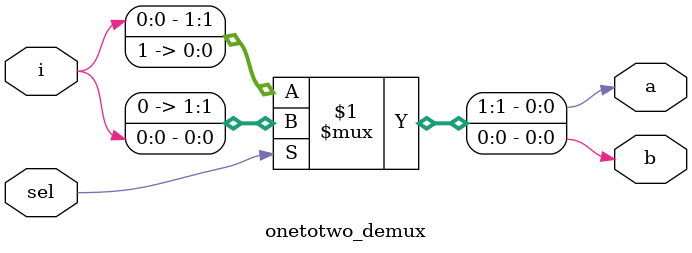
<source format=v>
module onetotwo_demux(
  input sel,
  input i,
  output a,b
);
  
  assign {a,b}=sel?{1'b0,i}:{i,1'b1};
endmodule

</source>
